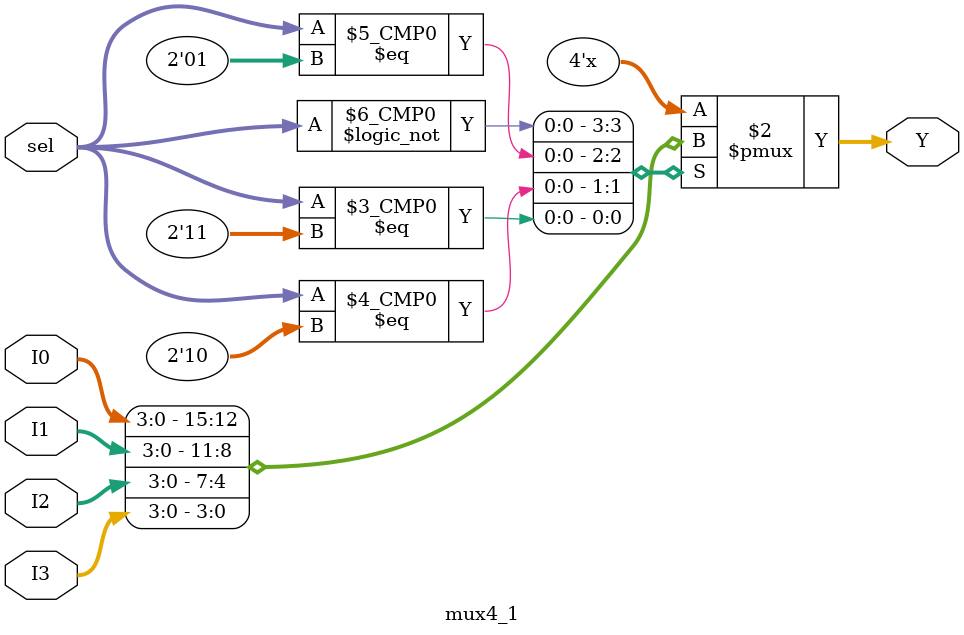
<source format=v>
`timescale 1ns / 1ps


module mux4_1(
    input [3:0] I0,
    input [3:0] I1,
    input [3:0] I2,
    input [3:0] I3,
    input [1:0] sel,
    output reg [3:0] Y
    );
   always@*
   case (sel)
        2'b00: Y = I0;
        2'b01: Y = I1;
        2'b10: Y = I2;
        2'b11: Y = I3;
    endcase
endmodule

</source>
